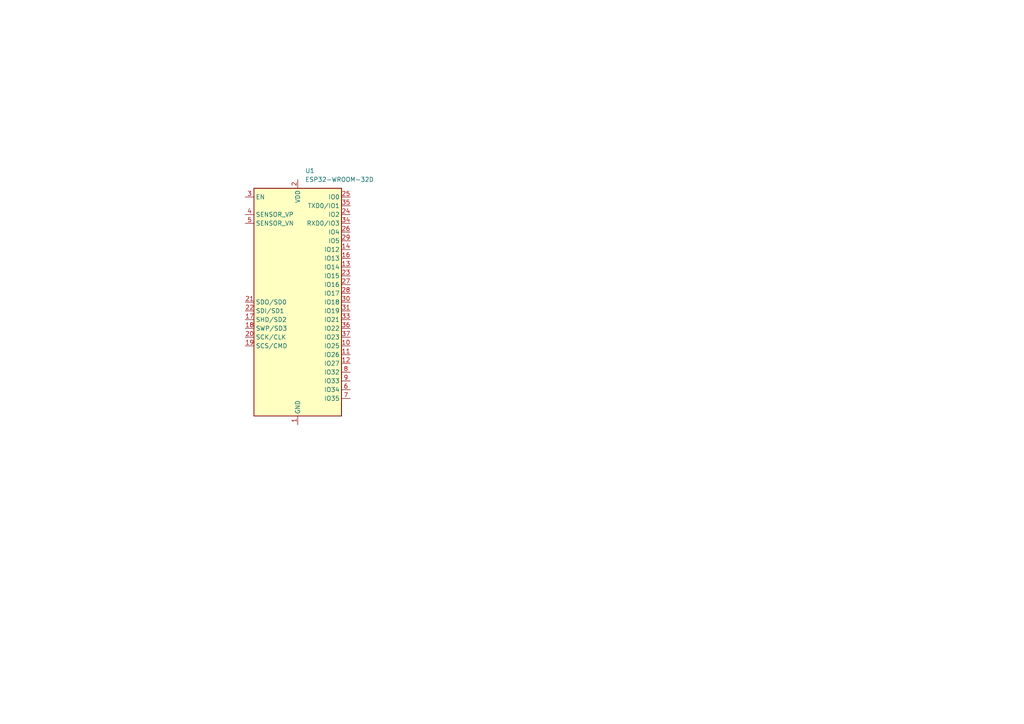
<source format=kicad_sch>
(kicad_sch (version 20250114) (generator "eeschema") (generator_version "9.0")
  (paper "A4")
  (title_block (title "MacroPad") (date "2025-05-19") (rev "0"))
  (lib_symbols
    (symbol "RF_Module:ESP32-WROOM-32D"
      (property "Reference" "U" (at -12.7 34.29 0))
      (property "Value" "ESP32-WROOM-32D" (at 1.27 34.29 0))
      (symbol "ESP32-WROOM-32D_0_1"
        (rectangle (start -12.7 33.02) (end 12.7 -33.02) (stroke (width 0.254)) (fill (type background)))
      )
      (symbol "ESP32-WROOM-32D_1_1"
        (pin input line (at -15.24 30.48 0) (length 2.54) (name "EN") (number "3"))
        (pin input line (at -15.24 25.4 0) (length 2.54) (name "SENSOR_VP") (number "4"))
        (pin input line (at -15.24 22.86 0) (length 2.54) (name "SENSOR_VN") (number "5"))
        (pin bidirectional line (at -15.24 0 0) (length 2.54) (name "SDO/SD0") (number "21"))
        (pin bidirectional line (at -15.24 -2.54 0) (length 2.54) (name "SDI/SD1") (number "22"))
        (pin bidirectional line (at -15.24 -5.08 0) (length 2.54) (name "SHD/SD2") (number "17"))
        (pin bidirectional line (at -15.24 -7.62 0) (length 2.54) (name "SWP/SD3") (number "18"))
        (pin bidirectional line (at -15.24 -10.16 0) (length 2.54) (name "SCK/CLK") (number "20"))
        (pin bidirectional line (at -15.24 -12.7 0) (length 2.54) (name "SCS/CMD") (number "19"))
        (pin no_connect line (at -12.7 -27.94 0) (length 2.54) (hide yes) (name "NC") (number "32"))
        (pin power_in line (at 0 35.56 270) (length 2.54) (name "VDD") (number "2"))
        (pin power_in line (at 0 -35.56 90) (length 2.54) (name "GND") (number "1"))
        (pin passive line (at 0 -35.56 90) (length 2.54) (hide yes) (name "GND") (number "15"))
        (pin passive line (at 0 -35.56 90) (length 2.54) (hide yes) (name "GND") (number "38"))
        (pin passive line (at 0 -35.56 90) (length 2.54) (hide yes) (name "GND") (number "39"))
        (pin bidirectional line (at 15.24 30.48 180) (length 2.54) (name "IO0") (number "25"))
        (pin bidirectional line (at 15.24 27.94 180) (length 2.54) (name "TXD0/IO1") (number "35"))
        (pin bidirectional line (at 15.24 25.4 180) (length 2.54) (name "IO2") (number "24"))
        (pin bidirectional line (at 15.24 22.86 180) (length 2.54) (name "RXD0/IO3") (number "34"))
        (pin bidirectional line (at 15.24 20.32 180) (length 2.54) (name "IO4") (number "26"))
        (pin bidirectional line (at 15.24 17.78 180) (length 2.54) (name "IO5") (number "29"))
        (pin bidirectional line (at 15.24 15.24 180) (length 2.54) (name "IO12") (number "14"))
        (pin bidirectional line (at 15.24 12.7 180) (length 2.54) (name "IO13") (number "16"))
        (pin bidirectional line (at 15.24 10.16 180) (length 2.54) (name "IO14") (number "13"))
        (pin bidirectional line (at 15.24 7.62 180) (length 2.54) (name "IO15") (number "23"))
        (pin bidirectional line (at 15.24 5.08 180) (length 2.54) (name "IO16") (number "27"))
        (pin bidirectional line (at 15.24 2.54 180) (length 2.54) (name "IO17") (number "28"))
        (pin bidirectional line (at 15.24 0 180) (length 2.54) (name "IO18") (number "30"))
        (pin bidirectional line (at 15.24 -2.54 180) (length 2.54) (name "IO19") (number "31"))
        (pin bidirectional line (at 15.24 -5.08 180) (length 2.54) (name "IO21") (number "33"))
        (pin bidirectional line (at 15.24 -7.62 180) (length 2.54) (name "IO22") (number "36"))
        (pin bidirectional line (at 15.24 -10.16 180) (length 2.54) (name "IO23") (number "37"))
        (pin bidirectional line (at 15.24 -12.7 180) (length 2.54) (name "IO25") (number "10"))
        (pin bidirectional line (at 15.24 -15.24 180) (length 2.54) (name "IO26") (number "11"))
        (pin bidirectional line (at 15.24 -17.78 180) (length 2.54) (name "IO27") (number "12"))
        (pin bidirectional line (at 15.24 -20.32 180) (length 2.54) (name "IO32") (number "8"))
        (pin bidirectional line (at 15.24 -22.86 180) (length 2.54) (name "IO33") (number "9"))
        (pin input line (at 15.24 -25.4 180) (length 2.54) (name "IO34") (number "6"))
        (pin input line (at 15.24 -27.94 180) (length 2.54) (name "IO35") (number "7"))
      )
    )
  )
  (symbol (lib_id "RF_Module:ESP32-WROOM-32D") (at 86.36 87.63 0) (unit 1)
    (property "Reference" "U1" (at 88.5033 49.53 0) (effects (justify left)))
    (property "Value" "ESP32-WROOM-32D" (at 88.5033 52.07 0) (effects (justify left)))
    (property "Footprint" "RF_Module:ESP32-WROOM-32D" (effects (hide yes)))
    (property "Datasheet" "https://www.espressif.com/sites/default/files/documentation/esp32-wroom-32d_esp32-wroom-32u_datasheet_en.pdf" (effects (hide yes)))
    (property "Description" "RF Module, ESP32-D0WD SoC, Wi-Fi 802.11b/g/n, Bluetooth, BLE, 32-bit, 2.7-3.6V, onboard antenna, SMD" (effects (hide yes)))
  )
)
</source>
